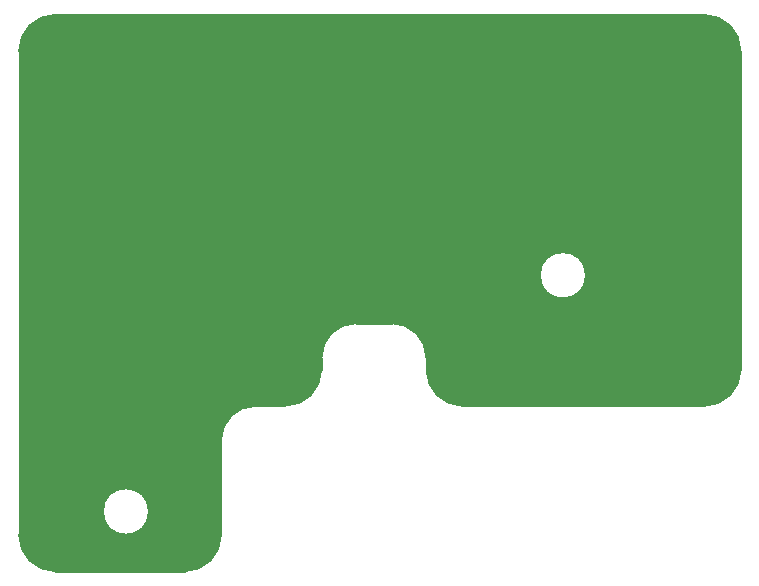
<source format=gbr>
%TF.GenerationSoftware,KiCad,Pcbnew,7.0.10*%
%TF.CreationDate,2024-04-16T13:15:48-05:00*%
%TF.ProjectId,QIDI Breakout Board,51494449-2042-4726-9561-6b6f75742042,rev?*%
%TF.SameCoordinates,PX1e84800PY243d580*%
%TF.FileFunction,Profile,NP*%
%FSLAX46Y46*%
G04 Gerber Fmt 4.6, Leading zero omitted, Abs format (unit mm)*
G04 Created by KiCad (PCBNEW 7.0.10) date 2024-04-16 13:15:48*
%MOMM*%
%LPD*%
G01*
G04 APERTURE LIST*
%TA.AperFunction,Profile*%
%ADD10C,0.250000*%
%TD*%
G04 APERTURE END LIST*
D10*
X19999999Y-32999999D02*
X22499999Y-32999999D01*
X2999999Y1D02*
G75*
G03*
X-1Y-2999999I1J-3000001D01*
G01*
X19999999Y-32999999D02*
G75*
G03*
X16999999Y-35999999I1J-3000001D01*
G01*
X25499999Y-29999999D02*
X25499999Y-28999999D01*
X61000001Y-2999999D02*
G75*
G03*
X57999999Y1I-3000001J-1D01*
G01*
X16999999Y-43999999D02*
X16999999Y-35999999D01*
X60999999Y-29999999D02*
X60999999Y-2999999D01*
X28499999Y-25999999D02*
X31499999Y-25999999D01*
X10999999Y-41999999D02*
G75*
G03*
X6999999Y-41999999I-2000000J0D01*
G01*
X6999999Y-41999999D02*
G75*
G03*
X10999999Y-41999999I2000000J0D01*
G01*
X34499999Y-28999999D02*
X34499999Y-29999999D01*
X34500001Y-28999999D02*
G75*
G03*
X31499999Y-25999999I-3000001J-1D01*
G01*
X57999999Y-32999999D02*
G75*
G03*
X60999999Y-29999999I1J2999999D01*
G01*
X-1Y-2999999D02*
X-1Y-43999999D01*
X13999999Y-46999999D02*
G75*
G03*
X16999999Y-43999999I1J2999999D01*
G01*
X1Y-43999999D02*
G75*
G03*
X2999999Y-46999999I2999999J-1D01*
G01*
X57999999Y1D02*
X2999999Y1D01*
X47999999Y-21999999D02*
G75*
G03*
X43999999Y-21999999I-2000000J0D01*
G01*
X43999999Y-21999999D02*
G75*
G03*
X47999999Y-21999999I2000000J0D01*
G01*
X22499999Y-32999999D02*
G75*
G03*
X25499999Y-29999999I1J2999999D01*
G01*
X2999999Y-46999999D02*
X13999999Y-46999999D01*
X28499999Y-25999999D02*
G75*
G03*
X25499999Y-28999999I1J-3000001D01*
G01*
X37499999Y-32999999D02*
X57999999Y-32999999D01*
X34500001Y-29999999D02*
G75*
G03*
X37499999Y-32999999I2999999J-1D01*
G01*
G36*
X58003470Y-194D02*
G01*
X58328940Y-18471D01*
X58342759Y-20028D01*
X58660694Y-74048D01*
X58674251Y-77142D01*
X58984148Y-166422D01*
X58997272Y-171015D01*
X59295215Y-294426D01*
X59307744Y-300459D01*
X59590000Y-456457D01*
X59601774Y-463855D01*
X59864788Y-650473D01*
X59875660Y-659143D01*
X60116132Y-874042D01*
X60125964Y-883875D01*
X60340850Y-1124331D01*
X60349521Y-1135203D01*
X60536143Y-1398223D01*
X60543541Y-1409997D01*
X60699539Y-1692253D01*
X60705572Y-1704781D01*
X60828985Y-2002727D01*
X60833578Y-2015853D01*
X60922856Y-2325745D01*
X60925950Y-2339301D01*
X60979971Y-2657239D01*
X60981528Y-2671058D01*
X60999804Y-2996526D01*
X60999999Y-3003478D01*
X60999999Y-29996518D01*
X60999804Y-30003471D01*
X60981526Y-30328940D01*
X60979969Y-30342758D01*
X60925949Y-30660694D01*
X60922855Y-30674251D01*
X60833575Y-30984147D01*
X60828982Y-30997271D01*
X60705571Y-31295214D01*
X60699538Y-31307743D01*
X60543540Y-31589999D01*
X60536142Y-31601773D01*
X60349524Y-31864788D01*
X60340854Y-31875660D01*
X60125960Y-32116127D01*
X60116127Y-32125960D01*
X59875660Y-32340854D01*
X59864788Y-32349524D01*
X59601773Y-32536142D01*
X59589999Y-32543540D01*
X59307743Y-32699538D01*
X59295214Y-32705571D01*
X58997271Y-32828982D01*
X58984147Y-32833575D01*
X58674251Y-32922855D01*
X58660694Y-32925949D01*
X58342758Y-32979969D01*
X58328940Y-32981526D01*
X58003471Y-32999804D01*
X57996518Y-32999999D01*
X37503480Y-32999999D01*
X37496527Y-32999804D01*
X37171057Y-32981526D01*
X37157239Y-32979969D01*
X36839303Y-32925949D01*
X36825746Y-32922855D01*
X36515850Y-32833575D01*
X36502725Y-32828982D01*
X36204782Y-32705570D01*
X36192254Y-32699537D01*
X35909998Y-32543539D01*
X35898224Y-32536141D01*
X35635204Y-32349519D01*
X35624332Y-32340848D01*
X35383877Y-32125963D01*
X35374044Y-32116131D01*
X35159145Y-31875659D01*
X35150475Y-31864787D01*
X34963857Y-31601773D01*
X34956459Y-31589999D01*
X34800461Y-31307743D01*
X34794428Y-31295214D01*
X34671017Y-30997271D01*
X34666424Y-30984147D01*
X34577144Y-30674251D01*
X34574050Y-30660694D01*
X34520030Y-30342757D01*
X34518473Y-30328939D01*
X34500194Y-30003470D01*
X34499999Y-29996517D01*
X34499999Y-29000015D01*
X34499998Y-28999999D01*
X34481136Y-28664111D01*
X34481134Y-28664098D01*
X34424783Y-28332439D01*
X34424781Y-28332431D01*
X34331649Y-28009165D01*
X34202905Y-27698349D01*
X34040168Y-27403898D01*
X34040165Y-27403893D01*
X33845495Y-27129533D01*
X33845489Y-27129525D01*
X33621323Y-26878684D01*
X33370463Y-26654502D01*
X33096104Y-26459833D01*
X33096099Y-26459830D01*
X32801647Y-26297092D01*
X32801643Y-26297090D01*
X32490833Y-26168350D01*
X32167566Y-26075218D01*
X32167558Y-26075216D01*
X31835892Y-26018863D01*
X31499996Y-25999999D01*
X28499999Y-25999999D01*
X28164111Y-26018861D01*
X28164098Y-26018863D01*
X27832439Y-26075214D01*
X27832431Y-26075216D01*
X27509165Y-26168348D01*
X27198349Y-26297092D01*
X26903898Y-26459829D01*
X26903893Y-26459832D01*
X26629534Y-26654501D01*
X26378679Y-26878679D01*
X26154501Y-27129534D01*
X25959832Y-27403893D01*
X25959829Y-27403898D01*
X25797092Y-27698349D01*
X25668348Y-28009165D01*
X25575216Y-28332431D01*
X25575214Y-28332439D01*
X25518863Y-28664098D01*
X25518861Y-28664111D01*
X25499999Y-28999999D01*
X25499999Y-29996518D01*
X25499804Y-30003471D01*
X25481526Y-30328940D01*
X25479969Y-30342758D01*
X25425949Y-30660694D01*
X25422855Y-30674251D01*
X25333575Y-30984147D01*
X25328982Y-30997271D01*
X25205571Y-31295214D01*
X25199538Y-31307743D01*
X25043540Y-31589999D01*
X25036142Y-31601773D01*
X24849524Y-31864788D01*
X24840854Y-31875660D01*
X24625960Y-32116127D01*
X24616127Y-32125960D01*
X24375660Y-32340854D01*
X24364788Y-32349524D01*
X24101773Y-32536142D01*
X24089999Y-32543540D01*
X23807743Y-32699538D01*
X23795214Y-32705571D01*
X23497271Y-32828982D01*
X23484147Y-32833575D01*
X23174251Y-32922855D01*
X23160694Y-32925949D01*
X22842758Y-32979969D01*
X22828940Y-32981526D01*
X22503471Y-32999804D01*
X22496518Y-32999999D01*
X19999999Y-32999999D01*
X19664111Y-33018861D01*
X19664098Y-33018863D01*
X19332439Y-33075214D01*
X19332431Y-33075216D01*
X19009165Y-33168348D01*
X18698349Y-33297092D01*
X18403898Y-33459829D01*
X18403893Y-33459832D01*
X18129534Y-33654501D01*
X17878679Y-33878679D01*
X17654501Y-34129534D01*
X17459832Y-34403893D01*
X17459829Y-34403898D01*
X17297092Y-34698349D01*
X17168348Y-35009165D01*
X17075216Y-35332431D01*
X17075214Y-35332439D01*
X17018863Y-35664098D01*
X17018861Y-35664111D01*
X16999999Y-35999999D01*
X16999999Y-43996518D01*
X16999804Y-44003471D01*
X16981526Y-44328940D01*
X16979969Y-44342758D01*
X16925949Y-44660694D01*
X16922855Y-44674251D01*
X16833575Y-44984147D01*
X16828982Y-44997271D01*
X16705571Y-45295214D01*
X16699538Y-45307743D01*
X16543540Y-45589999D01*
X16536142Y-45601773D01*
X16349524Y-45864788D01*
X16340854Y-45875660D01*
X16125960Y-46116127D01*
X16116127Y-46125960D01*
X15875660Y-46340854D01*
X15864788Y-46349524D01*
X15601773Y-46536142D01*
X15589999Y-46543540D01*
X15307743Y-46699538D01*
X15295214Y-46705571D01*
X14997271Y-46828982D01*
X14984147Y-46833575D01*
X14674251Y-46922855D01*
X14660694Y-46925949D01*
X14342758Y-46979969D01*
X14328940Y-46981526D01*
X14003471Y-46999804D01*
X13996518Y-46999999D01*
X3003480Y-46999999D01*
X2996527Y-46999804D01*
X2671057Y-46981526D01*
X2657239Y-46979969D01*
X2339303Y-46925949D01*
X2325746Y-46922855D01*
X2015850Y-46833575D01*
X2002725Y-46828982D01*
X1704782Y-46705570D01*
X1692254Y-46699537D01*
X1409998Y-46543539D01*
X1398224Y-46536141D01*
X1135204Y-46349519D01*
X1124332Y-46340848D01*
X883877Y-46125963D01*
X874044Y-46116131D01*
X659145Y-45875659D01*
X650475Y-45864787D01*
X463857Y-45601773D01*
X456459Y-45589999D01*
X300461Y-45307743D01*
X294428Y-45295214D01*
X171017Y-44997271D01*
X166424Y-44984147D01*
X77144Y-44674251D01*
X74050Y-44660694D01*
X20030Y-44342757D01*
X18473Y-44328939D01*
X194Y-44003470D01*
X-1Y-43996517D01*
X-1Y-42142858D01*
X7002547Y-42142858D01*
X7043208Y-42425668D01*
X7043210Y-42425678D01*
X7123707Y-42699825D01*
X7242392Y-42959709D01*
X7242401Y-42959725D01*
X7396871Y-43200084D01*
X7396877Y-43200091D01*
X7583977Y-43416018D01*
X7583979Y-43416020D01*
X7799906Y-43603120D01*
X7799913Y-43603126D01*
X8040272Y-43757596D01*
X8040288Y-43757605D01*
X8300172Y-43876290D01*
X8574319Y-43956787D01*
X8574329Y-43956789D01*
X8857139Y-43997450D01*
X8857141Y-43997451D01*
X9142857Y-43997451D01*
X9142858Y-43997450D01*
X9425668Y-43956789D01*
X9425678Y-43956787D01*
X9699825Y-43876290D01*
X9959709Y-43757605D01*
X9959725Y-43757596D01*
X10200084Y-43603126D01*
X10200091Y-43603120D01*
X10416018Y-43416020D01*
X10416020Y-43416018D01*
X10603120Y-43200091D01*
X10603126Y-43200084D01*
X10757596Y-42959725D01*
X10757605Y-42959709D01*
X10876290Y-42699825D01*
X10956787Y-42425678D01*
X10956789Y-42425668D01*
X10997451Y-42142856D01*
X10997451Y-42142853D01*
X10999999Y-41999999D01*
X10997451Y-41857144D01*
X10997451Y-41857141D01*
X10956789Y-41574329D01*
X10956787Y-41574319D01*
X10876290Y-41300172D01*
X10757605Y-41040288D01*
X10757596Y-41040272D01*
X10603126Y-40799913D01*
X10603120Y-40799906D01*
X10416020Y-40583979D01*
X10416018Y-40583977D01*
X10200091Y-40396877D01*
X10200084Y-40396871D01*
X9959725Y-40242401D01*
X9959709Y-40242392D01*
X9699825Y-40123707D01*
X9425678Y-40043210D01*
X9425668Y-40043208D01*
X9142858Y-40002547D01*
X8857139Y-40002547D01*
X8574329Y-40043208D01*
X8574319Y-40043210D01*
X8300172Y-40123707D01*
X8040288Y-40242392D01*
X8040272Y-40242401D01*
X7799913Y-40396871D01*
X7799906Y-40396877D01*
X7583979Y-40583977D01*
X7583977Y-40583979D01*
X7396877Y-40799906D01*
X7396871Y-40799913D01*
X7242401Y-41040272D01*
X7242392Y-41040288D01*
X7123707Y-41300172D01*
X7043210Y-41574319D01*
X7043208Y-41574329D01*
X7002547Y-41857139D01*
X7002547Y-42142858D01*
X-1Y-42142858D01*
X-1Y-22142858D01*
X44002547Y-22142858D01*
X44043208Y-22425668D01*
X44043210Y-22425678D01*
X44123707Y-22699825D01*
X44242392Y-22959709D01*
X44242401Y-22959725D01*
X44396871Y-23200084D01*
X44396877Y-23200091D01*
X44583977Y-23416018D01*
X44583979Y-23416020D01*
X44799906Y-23603120D01*
X44799913Y-23603126D01*
X45040272Y-23757596D01*
X45040288Y-23757605D01*
X45300172Y-23876290D01*
X45574319Y-23956787D01*
X45574329Y-23956789D01*
X45857139Y-23997450D01*
X45857141Y-23997451D01*
X46142857Y-23997451D01*
X46142858Y-23997450D01*
X46425668Y-23956789D01*
X46425678Y-23956787D01*
X46699825Y-23876290D01*
X46959709Y-23757605D01*
X46959725Y-23757596D01*
X47200084Y-23603126D01*
X47200091Y-23603120D01*
X47416018Y-23416020D01*
X47416020Y-23416018D01*
X47603120Y-23200091D01*
X47603126Y-23200084D01*
X47757596Y-22959725D01*
X47757605Y-22959709D01*
X47876290Y-22699825D01*
X47956787Y-22425678D01*
X47956789Y-22425668D01*
X47997451Y-22142856D01*
X47997451Y-22142853D01*
X47999999Y-21999999D01*
X47997451Y-21857144D01*
X47997451Y-21857141D01*
X47956789Y-21574329D01*
X47956787Y-21574319D01*
X47876290Y-21300172D01*
X47757605Y-21040288D01*
X47757596Y-21040272D01*
X47603126Y-20799913D01*
X47603120Y-20799906D01*
X47416020Y-20583979D01*
X47416018Y-20583977D01*
X47200091Y-20396877D01*
X47200084Y-20396871D01*
X46959725Y-20242401D01*
X46959709Y-20242392D01*
X46699825Y-20123707D01*
X46425678Y-20043210D01*
X46425668Y-20043208D01*
X46142858Y-20002547D01*
X45857139Y-20002547D01*
X45574329Y-20043208D01*
X45574319Y-20043210D01*
X45300172Y-20123707D01*
X45040288Y-20242392D01*
X45040272Y-20242401D01*
X44799913Y-20396871D01*
X44799906Y-20396877D01*
X44583979Y-20583977D01*
X44583977Y-20583979D01*
X44396877Y-20799906D01*
X44396871Y-20799913D01*
X44242401Y-21040272D01*
X44242392Y-21040288D01*
X44123707Y-21300172D01*
X44043210Y-21574319D01*
X44043208Y-21574329D01*
X44002547Y-21857139D01*
X44002547Y-22142858D01*
X-1Y-22142858D01*
X-1Y-3003479D01*
X194Y-2996527D01*
X18471Y-2671058D01*
X20028Y-2657239D01*
X74048Y-2339303D01*
X77142Y-2325746D01*
X166422Y-2015850D01*
X171015Y-2002725D01*
X294427Y-1704782D01*
X300460Y-1692254D01*
X456458Y-1409998D01*
X463856Y-1398224D01*
X650474Y-1135210D01*
X659144Y-1124338D01*
X874038Y-883871D01*
X883871Y-874038D01*
X1124338Y-659144D01*
X1135210Y-650474D01*
X1398224Y-463856D01*
X1409998Y-456458D01*
X1692254Y-300460D01*
X1704782Y-294427D01*
X2002725Y-171015D01*
X2015850Y-166422D01*
X2325746Y-77142D01*
X2339303Y-74048D01*
X2657239Y-20028D01*
X2671058Y-18471D01*
X2996528Y-194D01*
X3003480Y1D01*
X57996518Y1D01*
X58003470Y-194D01*
G37*
M02*

</source>
